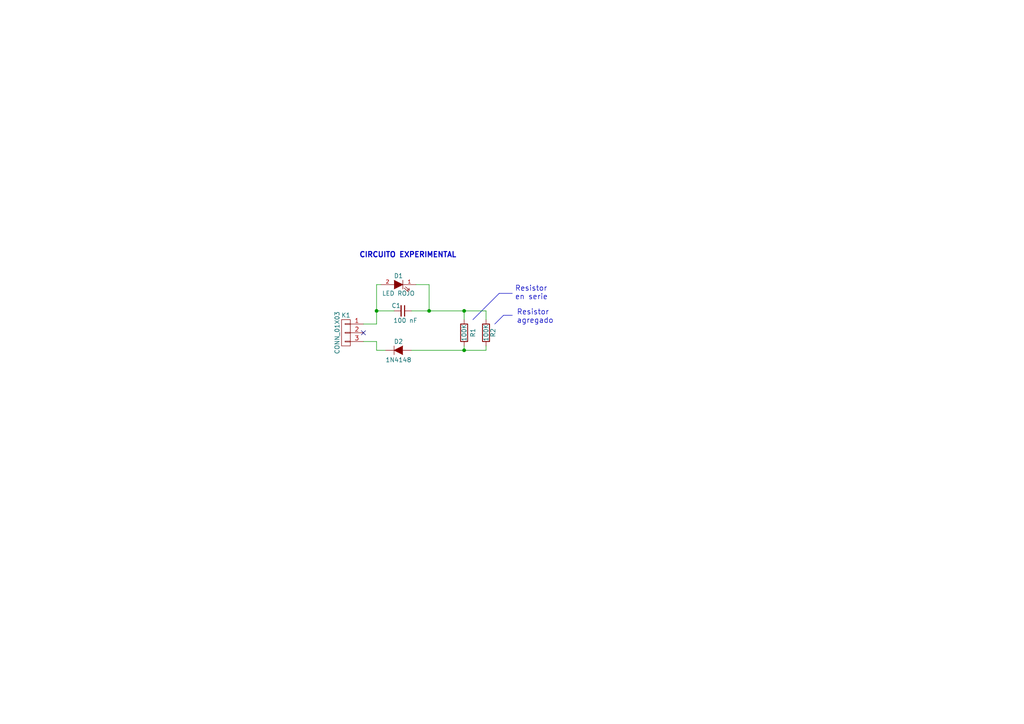
<source format=kicad_sch>
(kicad_sch (version 20230121) (generator eeschema)
  (paper "A4")
  (title_block (title "Circuito Incial") (date "2016-04-16") (rev ".01") (company "UNLaM") (comment 1 "Beninato ") (comment 2 "Aranovich"))
  (lib_symbols
    (symbol "Ejecicio1-rescue:CONN_01X03" (pin_names (offset 1.016) hide)
      (property "Reference" "P" (at 0 5.08 0))
      (property "Value" "CONN_01X03" (at 2.54 0 90))
      (symbol "CONN_01X03_0_1"
        (rectangle (start -1.27 -2.413) (end 0.254 -2.667))
        (rectangle (start -1.27 0.127) (end 0.254 -0.127))
        (rectangle (start -1.27 2.667) (end 0.254 2.413))
        (rectangle (start -1.27 3.81) (end 1.27 -3.81))
      )
      (symbol "CONN_01X03_1_1"
        (pin passive line (at -5.08 2.54 0) (length 3.81) (name "P1") (number "1"))
        (pin passive line (at -5.08 0 0) (length 3.81) (name "P2") (number "2"))
        (pin passive line (at -5.08 -2.54 0) (length 3.81) (name "P3") (number "3"))
      )
    )
    (symbol "Ejecicio1-rescue:C_Small" (pin_numbers hide) (pin_names (offset 0.254) hide)
      (property "Reference" "C" (at 0.254 1.778 0))
      (property "Value" "C_Small" (at 0.254 -2.032 0))
      (symbol "C_Small_0_1"
        (polyline (pts (xy -1.524 -0.508) (xy 1.524 -0.508)) (stroke (width 0.3302)))
        (polyline (pts (xy -1.524 0.508) (xy 1.524 0.508)) (stroke (width 0.3048)))
      )
      (symbol "C_Small_1_1"
        (pin passive line (at 0 2.54 270) (length 1.905) (name "~") (number "1"))
        (pin passive line (at 0 -2.54 90) (length 2.032) (name "~") (number "2"))
      )
    )
    (symbol "Ejecicio1-rescue:D" (pin_numbers hide) (pin_names (offset 1.016) hide)
      (property "Reference" "D" (at 0 2.54 0))
      (property "Value" "D" (at 0 -2.54 0))
      (symbol "D_0_1"
        (polyline (pts (xy -1.27 1.27) (xy -1.27 -1.27)) (stroke (width 0.1524)))
        (polyline (pts (xy 1.27 1.27) (xy -1.27 0) (xy 1.27 -1.27)) (fill (type outline)))
      )
      (symbol "D_1_1"
        (pin passive line (at -3.81 0 0) (length 2.54) (name "K") (number "1"))
        (pin passive line (at 3.81 0 180) (length 2.54) (name "A") (number "2"))
      )
    )
    (symbol "Ejecicio1-rescue:LED" (pin_names (offset 1.016) hide)
      (property "Reference" "D" (at 0 2.54 0))
      (property "Value" "LED" (at 0 -2.54 0))
      (symbol "LED_0_1"
        (polyline (pts (xy -1.27 1.27) (xy -1.27 -1.27)))
        (polyline (pts (xy -2.032 -0.635) (xy -3.175 -1.651) (xy -3.048 -1.016)))
        (polyline (pts (xy -1.651 -1.016) (xy -2.794 -2.032) (xy -2.667 -1.397)))
        (polyline (pts (xy 1.27 1.27) (xy -1.27 0) (xy 1.27 -1.27)) (fill (type outline)))
      )
      (symbol "LED_1_1"
        (pin passive line (at -5.08 0 0) (length 3.81) (name "K") (number "1"))
        (pin passive line (at 5.08 0 180) (length 3.81) (name "A") (number "2"))
      )
    )
    (symbol "Ejecicio1-rescue:R" (pin_numbers hide) (pin_names (offset 0))
      (property "Reference" "R" (at 2.032 0 90))
      (property "Value" "R" (at 0 0 90))
      (symbol "R_0_1"
        (rectangle (start -1.016 -2.54) (end 1.016 2.54) (stroke (width 0.254)))
      )
      (symbol "R_1_1"
        (pin passive line (at 0 3.81 270) (length 1.27) (name "~") (number "1"))
        (pin passive line (at 0 -3.81 90) (length 1.27) (name "~") (number "2"))
      )
    )
  )
  (junction (at 134.62 90.17))
  (junction (at 124.46 90.17))
  (junction (at 109.22 90.17))
  (junction (at 134.62 101.6))
  (no_connect (at 105.41 96.52))
  (wire (pts (xy 120.65 82.55) (xy 124.46 82.55)))
  (wire (pts (xy 124.46 82.55) (xy 124.46 90.17)))
  (wire (pts (xy 119.38 101.6) (xy 134.62 101.6)))
  (wire (pts (xy 109.22 99.06) (xy 105.41 99.06)))
  (polyline (pts (xy 137.16 92.71) (xy 144.78 85.09)))
  (wire (pts (xy 109.22 90.17) (xy 114.3 90.17)))
  (wire (pts (xy 109.22 90.17) (xy 109.22 93.98)))
  (wire (pts (xy 109.22 93.98) (xy 105.41 93.98)))
  (wire (pts (xy 134.62 90.17) (xy 140.97 90.17)))
  (wire (pts (xy 111.76 101.6) (xy 109.22 101.6)))
  (wire (pts (xy 140.97 101.6) (xy 140.97 100.33)))
  (wire (pts (xy 109.22 101.6) (xy 109.22 99.06)))
  (wire (pts (xy 140.97 90.17) (xy 140.97 92.71)))
  (polyline (pts (xy 144.78 85.09) (xy 148.59 85.09)))
  (wire (pts (xy 134.62 101.6) (xy 140.97 101.6)))
  (wire (pts (xy 124.46 90.17) (xy 134.62 90.17)))
  (polyline (pts (xy 143.51 93.98) (xy 146.05 91.44)))
  (wire (pts (xy 134.62 100.33) (xy 134.62 101.6)))
  (polyline (pts (xy 146.05 91.44) (xy 148.59 91.44)))
  (wire (pts (xy 119.38 90.17) (xy 124.46 90.17)))
  (wire (pts (xy 109.22 82.55) (xy 110.49 82.55)))
  (wire (pts (xy 109.22 82.55) (xy 109.22 90.17)))
  (wire (pts (xy 134.62 90.17) (xy 134.62 92.71)))
  (text "CIRCUITO EXPERIMENTAL" (at 104.14 74.93 0) (effects (font (size 1.524 1.524) (thickness 0.3048) bold) (justify left bottom)))
  (text "Resistor\nen serie" (at 149.352 87.122 0) (effects (font (size 1.524 1.524)) (justify left bottom)))
  (text "Resistor \nagregado" (at 149.86 93.98 0) (effects (font (size 1.524 1.524)) (justify left bottom)))
  (symbol (lib_id "Ejecicio1-rescue:R") (at 134.62 96.52 0) (unit 1)
    (property "Reference" "R1" (at 137.16 96.52 90))
    (property "Value" "100K" (at 134.62 96.52 90))
    (property "Footprint" "footprints_ej1:R3-LARGE_PADS" (effects hide))
  )
  (symbol (lib_id "Ejecicio1-rescue:C_Small") (at 116.84 90.17 270) (mirror x) (unit 1)
    (property "Reference" "C1" (at 113.538 88.646 90) (effects (justify left)))
    (property "Value" "100 nF" (at 114.046 92.964 90) (effects (justify left)))
    (property "Footprint" "footprints_ej1:C_Rect_L7_W3.5_P5" (effects hide))
  )
  (symbol (lib_id "Ejecicio1-rescue:CONN_01X03") (at 100.33 96.52 0) (mirror y) (unit 1)
    (property "Reference" "K1" (at 100.33 91.44 0))
    (property "Value" "CONN_01X03" (at 97.79 96.52 90))
    (property "Footprint" "footprints_ej1:bornier3" (effects hide))
  )
  (symbol (lib_id "Ejecicio1-rescue:LED") (at 115.57 82.55 0) (mirror y) (unit 1)
    (property "Reference" "D1" (at 115.57 80.01 0))
    (property "Value" "LED ROJO" (at 115.57 85.09 0))
    (property "Footprint" "footprints_ej1:LED-3MM" (effects hide))
  )
  (symbol (lib_id "Ejecicio1-rescue:D") (at 115.57 101.6 0) (unit 1)
    (property "Reference" "D2" (at 115.57 99.06 0))
    (property "Value" "1N4148" (at 115.57 104.394 0))
    (property "Footprint" "footprints_ej1:Diode_DO-35_SOD27_Horizontal_RM10" (effects hide))
  )
  (symbol (lib_id "Ejecicio1-rescue:R") (at 140.97 96.52 0) (unit 1)
    (property "Reference" "R2" (at 143.002 96.52 90))
    (property "Value" "100K" (at 140.97 96.52 90))
    (property "Footprint" "footprints_ej1:R3-LARGE_PADS" (effects hide))
  )
)
</source>
